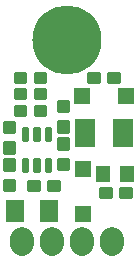
<source format=gbr>
G04 EAGLE Gerber RS-274X export*
G75*
%MOMM*%
%FSLAX34Y34*%
%LPD*%
%INSoldermask Top*%
%IPPOS*%
%AMOC8*
5,1,8,0,0,1.08239X$1,22.5*%
G01*
%ADD10C,0.346763*%
%ADD11R,1.450800X1.450800*%
%ADD12R,1.700800X2.350800*%
%ADD13C,0.414550*%
%ADD14R,1.250800X1.350800*%
%ADD15R,1.650800X1.850800*%
%ADD16C,5.850800*%
%ADD17C,1.158800*%
%ADD18C,2.050800*%


D10*
X-23530Y57440D02*
X-31570Y57440D01*
X-31570Y64480D01*
X-23530Y64480D01*
X-23530Y57440D01*
X-23530Y60735D02*
X-31570Y60735D01*
X-31570Y64030D02*
X-23530Y64030D01*
X-14570Y57440D02*
X-6530Y57440D01*
X-14570Y57440D02*
X-14570Y64480D01*
X-6530Y64480D01*
X-6530Y57440D01*
X-6530Y60735D02*
X-14570Y60735D01*
X-14570Y64030D02*
X-6530Y64030D01*
X-6060Y92110D02*
X-6060Y100150D01*
X980Y100150D01*
X980Y92110D01*
X-6060Y92110D01*
X-6060Y95405D02*
X980Y95405D01*
X980Y98700D02*
X-6060Y98700D01*
X-6060Y83150D02*
X-6060Y75110D01*
X-6060Y83150D02*
X980Y83150D01*
X980Y75110D01*
X-6060Y75110D01*
X-6060Y78405D02*
X980Y78405D01*
X980Y81700D02*
X-6060Y81700D01*
X19230Y148880D02*
X27270Y148880D01*
X19230Y148880D02*
X19230Y155920D01*
X27270Y155920D01*
X27270Y148880D01*
X27270Y152175D02*
X19230Y152175D01*
X19230Y155470D02*
X27270Y155470D01*
X36230Y148880D02*
X44270Y148880D01*
X36230Y148880D02*
X36230Y155920D01*
X44270Y155920D01*
X44270Y148880D01*
X44270Y152175D02*
X36230Y152175D01*
X36230Y155470D02*
X44270Y155470D01*
D11*
X12750Y137160D03*
X50750Y137160D03*
D12*
X15250Y105410D03*
X48250Y105410D03*
D10*
X-51780Y82370D02*
X-51780Y74330D01*
X-51780Y82370D02*
X-44740Y82370D01*
X-44740Y74330D01*
X-51780Y74330D01*
X-51780Y77625D02*
X-44740Y77625D01*
X-44740Y80920D02*
X-51780Y80920D01*
X-51780Y65370D02*
X-51780Y57330D01*
X-51780Y65370D02*
X-44740Y65370D01*
X-44740Y57330D01*
X-51780Y57330D01*
X-51780Y60625D02*
X-44740Y60625D01*
X-44740Y63920D02*
X-51780Y63920D01*
X980Y106860D02*
X980Y114900D01*
X980Y106860D02*
X-6060Y106860D01*
X-6060Y114900D01*
X980Y114900D01*
X980Y110155D02*
X-6060Y110155D01*
X-6060Y113450D02*
X980Y113450D01*
X980Y123860D02*
X980Y131900D01*
X980Y123860D02*
X-6060Y123860D01*
X-6060Y131900D01*
X980Y131900D01*
X980Y127155D02*
X-6060Y127155D01*
X-6060Y130450D02*
X980Y130450D01*
X-17960Y127980D02*
X-26000Y127980D01*
X-17960Y127980D02*
X-17960Y120940D01*
X-26000Y120940D01*
X-26000Y127980D01*
X-26000Y124235D02*
X-17960Y124235D01*
X-17960Y127530D02*
X-26000Y127530D01*
X-34960Y127980D02*
X-43000Y127980D01*
X-34960Y127980D02*
X-34960Y120940D01*
X-43000Y120940D01*
X-43000Y127980D01*
X-43000Y124235D02*
X-34960Y124235D01*
X-34960Y127530D02*
X-43000Y127530D01*
X-26000Y155920D02*
X-17960Y155920D01*
X-17960Y148880D01*
X-26000Y148880D01*
X-26000Y155920D01*
X-26000Y152175D02*
X-17960Y152175D01*
X-17960Y155470D02*
X-26000Y155470D01*
X-34960Y155920D02*
X-43000Y155920D01*
X-34960Y155920D02*
X-34960Y148880D01*
X-43000Y148880D01*
X-43000Y155920D01*
X-43000Y152175D02*
X-34960Y152175D01*
X-34960Y155470D02*
X-43000Y155470D01*
X-26000Y141950D02*
X-17960Y141950D01*
X-17960Y134910D01*
X-26000Y134910D01*
X-26000Y141950D01*
X-26000Y138205D02*
X-17960Y138205D01*
X-17960Y141500D02*
X-26000Y141500D01*
X-34960Y141950D02*
X-43000Y141950D01*
X-34960Y141950D02*
X-34960Y134910D01*
X-43000Y134910D01*
X-43000Y141950D01*
X-43000Y138205D02*
X-34960Y138205D01*
X-34960Y141500D02*
X-43000Y141500D01*
X-51780Y114120D02*
X-51780Y106080D01*
X-51780Y114120D02*
X-44740Y114120D01*
X-44740Y106080D01*
X-51780Y106080D01*
X-51780Y109375D02*
X-44740Y109375D01*
X-44740Y112670D02*
X-51780Y112670D01*
X-51780Y97120D02*
X-51780Y89080D01*
X-51780Y97120D02*
X-44740Y97120D01*
X-44740Y89080D01*
X-51780Y89080D01*
X-51780Y92375D02*
X-44740Y92375D01*
X-44740Y95670D02*
X-51780Y95670D01*
D13*
X-35831Y74258D02*
X-33969Y74258D01*
X-35831Y74258D02*
X-35831Y82620D01*
X-33969Y82620D01*
X-33969Y74258D01*
X-33969Y78197D02*
X-35831Y78197D01*
X-35831Y82136D02*
X-33969Y82136D01*
X-26331Y74258D02*
X-24469Y74258D01*
X-26331Y74258D02*
X-26331Y82620D01*
X-24469Y82620D01*
X-24469Y74258D01*
X-24469Y78197D02*
X-26331Y78197D01*
X-26331Y82136D02*
X-24469Y82136D01*
X-16831Y74258D02*
X-14969Y74258D01*
X-16831Y74258D02*
X-16831Y82620D01*
X-14969Y82620D01*
X-14969Y74258D01*
X-14969Y78197D02*
X-16831Y78197D01*
X-16831Y82136D02*
X-14969Y82136D01*
X-14969Y100260D02*
X-16831Y100260D01*
X-16831Y108622D01*
X-14969Y108622D01*
X-14969Y100260D01*
X-14969Y104199D02*
X-16831Y104199D01*
X-16831Y108138D02*
X-14969Y108138D01*
X-33969Y100260D02*
X-35831Y100260D01*
X-35831Y108622D01*
X-33969Y108622D01*
X-33969Y100260D01*
X-33969Y104199D02*
X-35831Y104199D01*
X-35831Y108138D02*
X-33969Y108138D01*
X-26331Y108622D02*
X-24469Y108622D01*
X-24469Y100260D01*
X-26331Y100260D01*
X-26331Y108622D01*
X-26331Y104199D02*
X-24469Y104199D01*
X-24469Y108138D02*
X-26331Y108138D01*
D10*
X46390Y58130D02*
X54430Y58130D01*
X54430Y51090D01*
X46390Y51090D01*
X46390Y58130D01*
X46390Y54385D02*
X54430Y54385D01*
X54430Y57680D02*
X46390Y57680D01*
X37430Y58130D02*
X29390Y58130D01*
X37430Y58130D02*
X37430Y51090D01*
X29390Y51090D01*
X29390Y58130D01*
X29390Y54385D02*
X37430Y54385D01*
X37430Y57680D02*
X29390Y57680D01*
D11*
X13970Y74880D03*
X13970Y36880D03*
D14*
X50800Y71120D03*
X30480Y71120D03*
D15*
X-43210Y39370D03*
X-15210Y39370D03*
D16*
X0Y184150D03*
D17*
X0Y206150D03*
X0Y162150D03*
X-22000Y184150D03*
X22000Y184150D03*
X15500Y199650D03*
X15500Y168650D03*
X-15500Y199650D03*
X-15500Y168650D03*
D18*
X38100Y15970D02*
X38100Y11970D01*
X12700Y11970D02*
X12700Y15970D01*
X-12700Y15970D02*
X-12700Y11970D01*
X-38100Y11970D02*
X-38100Y15970D01*
M02*

</source>
